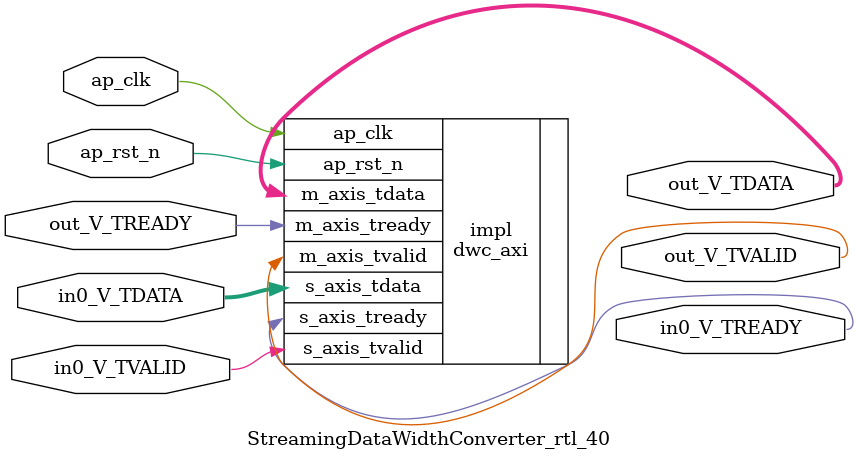
<source format=v>
/******************************************************************************
 * Copyright (C) 2023, Advanced Micro Devices, Inc.
 * All rights reserved.
 *
 * Redistribution and use in source and binary forms, with or without
 * modification, are permitted provided that the following conditions are met:
 *
 *  1. Redistributions of source code must retain the above copyright notice,
 *     this list of conditions and the following disclaimer.
 *
 *  2. Redistributions in binary form must reproduce the above copyright
 *     notice, this list of conditions and the following disclaimer in the
 *     documentation and/or other materials provided with the distribution.
 *
 *  3. Neither the name of the copyright holder nor the names of its
 *     contributors may be used to endorse or promote products derived from
 *     this software without specific prior written permission.
 *
 * THIS SOFTWARE IS PROVIDED BY THE COPYRIGHT HOLDERS AND CONTRIBUTORS "AS IS"
 * AND ANY EXPRESS OR IMPLIED WARRANTIES, INCLUDING, BUT NOT LIMITED TO,
 * THE IMPLIED WARRANTIES OF MERCHANTABILITY AND FITNESS FOR A PARTICULAR
 * PURPOSE ARE DISCLAIMED. IN NO EVENT SHALL THE COPYRIGHT HOLDER OR
 * CONTRIBUTORS BE LIABLE FOR ANY DIRECT, INDIRECT, INCIDENTAL, SPECIAL,
 * EXEMPLARY, OR CONSEQUENTIAL DAMAGES (INCLUDING, BUT NOT LIMITED TO,
 * PROCUREMENT OF SUBSTITUTE GOODS OR SERVICES; LOSS OF USE, DATA, OR PROFITS;
 * OR BUSINESS INTERRUPTION). HOWEVER CAUSED AND ON ANY THEORY OF LIABILITY,
 * WHETHER IN CONTRACT, STRICT LIABILITY, OR TORT (INCLUDING NEGLIGENCE OR
 * OTHERWISE) ARISING IN ANY WAY OUT OF THE USE OF THIS SOFTWARE, EVEN IF
 * ADVISED OF THE POSSIBILITY OF SUCH DAMAGE.
 *****************************************************************************/

module StreamingDataWidthConverter_rtl_40 #(
	parameter  IBITS = 4,
	parameter  OBITS = 36,

	parameter  AXI_IBITS = (IBITS+7)/8 * 8,
	parameter  AXI_OBITS = (OBITS+7)/8 * 8
)(
	//- Global Control ------------------
	(* X_INTERFACE_INFO = "xilinx.com:signal:clock:1.0 ap_clk CLK" *)
	(* X_INTERFACE_PARAMETER = "ASSOCIATED_BUSIF in0_V:out_V, ASSOCIATED_RESET ap_rst_n" *)
	input	ap_clk,
	(* X_INTERFACE_PARAMETER = "POLARITY ACTIVE_LOW" *)
	input	ap_rst_n,

	//- AXI Stream - Input --------------
	output	in0_V_TREADY,
	input	in0_V_TVALID,
	input	[AXI_IBITS-1:0]  in0_V_TDATA,

	//- AXI Stream - Output -------------
	input	out_V_TREADY,
	output	out_V_TVALID,
	output	[AXI_OBITS-1:0]  out_V_TDATA
);

	dwc_axi #(
		.IBITS(IBITS),
		.OBITS(OBITS)
	) impl (
		.ap_clk(ap_clk),
		.ap_rst_n(ap_rst_n),
		.s_axis_tready(in0_V_TREADY),
		.s_axis_tvalid(in0_V_TVALID),
		.s_axis_tdata(in0_V_TDATA),
		.m_axis_tready(out_V_TREADY),
		.m_axis_tvalid(out_V_TVALID),
		.m_axis_tdata(out_V_TDATA)
	);

endmodule

</source>
